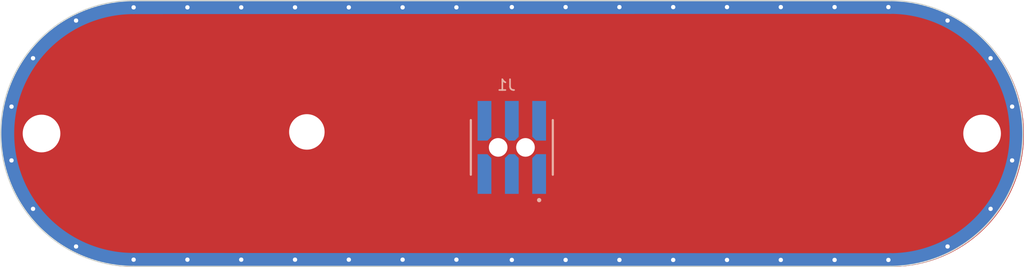
<source format=kicad_pcb>
(kicad_pcb (version 20211014) (generator pcbnew)
  (layers (0 "F.Cu" signal) (31 "B.Cu" signal) (34 "B.Paste" user) (35 "F.Paste" user) (36 "B.SilkS" user "B.Silkscreen") (37 "F.SilkS" user "F.Silkscreen") (38 "B.Mask" user) (39 "F.Mask" user) (44 "Edge.Cuts" user))
  (net 0 "")
  (footprint "Joulescope:JS220" (layer "F.Cu") (at 138.5 80)
    (fp_text reference "J1" (at -0.5 -4.5 unlocked) (layer "B.SilkS") (effects (justify mirror)))
    (fp_text value "JS220")
    (fp_poly (pts (arc (start 35.25 12.4) (mid 47.6 0.05) (end 35.25 -12.3)) (arc (start -35.05 -12.3) (mid -47.4 0.05) (end -35.05 12.4))) (layer "F.Cu") (width 0.01) (fill solid))
    (fp_line (start 35.15 11.75) (end -35.15 11.725) (layer "B.Cu") (width 1.25))
    (fp_line (start -35.15 -11.725) (end 35.15 -11.75) (layer "B.Cu") (width 1.25))
    (fp_arc (start 35.15 -11.75) (mid 46.9 0) (end 35.15 11.75) (layer "B.Cu") (width 1.25))
    (fp_arc (start -35.15 11.725) (mid -46.875 0) (end -35.15 -11.725) (layer "B.Cu") (width 1.25))
    (fp_line (start -3.81 -1.25) (end -3.81 3.83) (layer "B.SilkS") (width 0.2))
    (fp_line (start 3.81 3.83) (end 3.81 -1.25) (layer "B.SilkS") (width 0.2))
    (fp_circle (center 2.54 6.19) (end 2.64 6.19) (layer "B.SilkS") (width 0.2) (fill none))
    (fp_line (start -35.15 -12.35) (end 35.15 -12.35) (layer "Edge.Cuts") (width 0.12))
    (fp_line (start 35.15 12.35) (end -35.15 12.35) (layer "Edge.Cuts") (width 0.12))
    (fp_arc (start 35.15 -12.35) (mid 47.5 0) (end 35.15 12.35) (layer "Edge.Cuts") (width 0.12))
    (fp_arc (start -35.15 12.35) (mid -47.5 0) (end -35.15 -12.35) (layer "Edge.Cuts") (width 0.12))
    (pad "" thru_hole custom (at 10 -11.75) (size 0.8 0.8) (drill 0.4) (layers *.Cu "B.Mask") (options (clearance outline) (anchor circle)) (primitives))
    (pad "" thru_hole custom (at -15.15 11.725) (size 0.8 0.8) (drill 0.4) (layers *.Cu "B.Mask") (options (clearance outline) (anchor circle)) (primitives))
    (pad "" np_thru_hole circle (at -1.27 1.29 180) (size 1.73 1.73) (drill 1.73) (layers *.Cu *.Mask))
    (pad "" thru_hole custom (at -20.15 11.725) (size 0.8 0.8) (drill 0.4) (layers *.Cu "B.Mask") (options (clearance outline) (anchor circle)) (primitives))
    (pad "" thru_hole custom (at -10.15 -11.725) (size 0.8 0.8) (drill 0.4) (layers *.Cu "B.Mask") (options (clearance outline) (anchor circle)) (primitives))
    (pad "" thru_hole custom (at 0 -11.75) (size 0.8 0.8) (drill 0.4) (layers *.Cu "B.Mask") (options (clearance outline) (anchor circle)) (primitives))
    (pad "" thru_hole custom (at -35.15 -11.725) (size 0.8 0.8) (drill 0.4) (layers *.Cu "B.Mask") (options (clearance outline) (anchor circle)) (primitives))
    (pad "" thru_hole custom (at -46.5 -2.5) (size 0.8 0.8) (drill 0.4) (layers *.Cu "B.Mask") (options (clearance outline) (anchor circle)) (primitives))
    (pad "" thru_hole custom (at 46.5 -2.5 180) (size 0.8 0.8) (drill 0.4) (layers *.Cu "B.Mask") (options (clearance outline) (anchor circle)) (primitives))
    (pad "" thru_hole custom (at 5 11.75) (size 0.8 0.8) (drill 0.4) (layers *.Cu "B.Mask") (options (clearance outline) (anchor circle)) (primitives))
    (pad "" thru_hole custom (at 15 11.75) (size 0.8 0.8) (drill 0.4) (layers *.Cu "B.Mask") (options (clearance outline) (anchor circle)) (primitives))
    (pad "" thru_hole custom (at 44.5 7 180) (size 0.8 0.8) (drill 0.4) (layers *.Cu "B.Mask") (options (clearance outline) (anchor circle)) (primitives))
    (pad "" thru_hole custom (at -40.5 -10.5) (size 0.8 0.8) (drill 0.4) (layers *.Cu "B.Mask") (options (clearance outline) (anchor circle)) (primitives))
    (pad "" thru_hole custom (at 40.5 -10.5 180) (size 0.8 0.8) (drill 0.4) (layers *.Cu "B.Mask") (options (clearance outline) (anchor circle)) (primitives))
    (pad "" thru_hole custom (at -35.15 11.725) (size 0.8 0.8) (drill 0.4) (layers *.Cu "B.Mask") (options (clearance outline) (anchor circle)) (primitives))
    (pad "" thru_hole custom (at 20 -11.75) (size 0.8 0.8) (drill 0.4) (layers *.Cu "B.Mask") (options (clearance outline) (anchor circle)) (primitives))
    (pad "" thru_hole custom (at 30 11.75) (size 0.8 0.8) (drill 0.4) (layers *.Cu "B.Mask") (options (clearance outline) (anchor circle)) (primitives))
    (pad "" thru_hole custom (at 15 -11.75) (size 0.8 0.8) (drill 0.4) (layers *.Cu "B.Mask") (options (clearance outline) (anchor circle)) (primitives))
    (pad "" thru_hole custom (at -5.15 11.725) (size 0.8 0.8) (drill 0.4) (layers *.Cu "B.Mask") (options (clearance outline) (anchor circle)) (primitives))
    (pad "" np_thru_hole circle (at 1.27 1.29 180) (size 1.73 1.73) (drill 1.73) (layers *.Cu *.Mask))
    (pad "" thru_hole custom (at 44.5 -7 180) (size 0.8 0.8) (drill 0.4) (layers *.Cu "B.Mask") (options (clearance outline) (anchor circle)) (primitives))
    (pad "" thru_hole custom (at -15.15 -11.725) (size 0.8 0.8) (drill 0.4) (layers *.Cu "B.Mask") (options (clearance outline) (anchor circle)) (primitives))
    (pad "" thru_hole custom (at -30.15 -11.725) (size 0.8 0.8) (drill 0.4) (layers *.Cu "B.Mask") (options (clearance outline) (anchor circle)) (primitives))
    (pad "" thru_hole custom (at 10 11.75) (size 0.8 0.8) (drill 0.4) (layers *.Cu "B.Mask") (options (clearance outline) (anchor circle)) (primitives))
    (pad "" np_thru_hole circle (at -43.71 0) (size 3.5 3.5) (drill 3.5) (layers F&B.Cu *.Mask))
    (pad "" thru_hole custom (at -25.15 -11.725) (size 0.8 0.8) (drill 0.4) (layers *.Cu "B.Mask") (options (clearance outline) (anchor circle)) (primitives))
    (pad "" thru_hole custom (at -5.15 -11.725) (size 0.8 0.8) (drill 0.4) (layers *.Cu "B.Mask") (options (clearance outline) (anchor circle)) (primitives))
    (pad "" thru_hole custom (at 46.5 2.5 180) (size 0.8 0.8) (drill 0.4) (layers *.Cu "B.Mask") (options (clearance outline) (anchor circle)) (primitives))
    (pad "" thru_hole custom (at 35 -11.75) (size 0.8 0.8) (drill 0.4) (layers *.Cu "B.Mask") (options (clearance outline) (anchor circle)) (primitives))
    (pad "" thru_hole custom (at 30 -11.75) (size 0.8 0.8) (drill 0.4) (layers *.Cu "B.Mask") (options (clearance outline) (anchor circle)) (primitives))
    (pad "" np_thru_hole circle (at 43.71 0) (size 3.5 3.5) (drill 3.5) (layers F&B.Cu *.Mask))
    (pad "" thru_hole custom (at 20 11.75) (size 0.8 0.8) (drill 0.4) (layers *.Cu "B.Mask") (options (clearance outline) (anchor circle)) (primitives))
    (pad "" thru_hole custom (at -40.5 10.5) (size 0.8 0.8) (drill 0.4) (layers *.Cu "B.Mask") (options (clearance outline) (anchor circle)) (primitives))
    (pad "" thru_hole custom (at -44.5 -7) (size 0.8 0.8) (drill 0.4) (layers *.Cu "B.Mask") (options (clearance outline) (anchor circle)) (primitives))
    (pad "" thru_hole custom (at -30.15 11.725) (size 0.8 0.8) (drill 0.4) (layers *.Cu "B.Mask") (options (clearance outline) (anchor circle)) (primitives))
    (pad "" thru_hole custom (at 25 -11.75) (size 0.8 0.8) (drill 0.4) (layers *.Cu "B.Mask") (options (clearance outline) (anchor circle)) (primitives))
    (pad "" thru_hole custom (at -44.5 7) (size 0.8 0.8) (drill 0.4) (layers *.Cu "B.Mask") (options (clearance outline) (anchor circle)) (primitives))
    (pad "" thru_hole custom (at -10.15 11.725) (size 0.8 0.8) (drill 0.4) (layers *.Cu "B.Mask") (options (clearance outline) (anchor circle)) (primitives))
    (pad "" np_thru_hole circle (at -19.05 -0.15) (size 3.3 3.3) (drill 3.3) (layers F&B.Cu *.Mask))
    (pad "" thru_hole custom (at -20.15 -11.725) (size 0.8 0.8) (drill 0.4) (layers *.Cu "B.Mask") (options (clearance outline) (anchor circle)) (primitives))
    (pad "" thru_hole custom (at 40.5 10.5 180) (size 0.8 0.8) (drill 0.4) (layers *.Cu "B.Mask") (options (clearance outline) (anchor circle)) (primitives))
    (pad "" thru_hole custom (at 25 11.75) (size 0.8 0.8) (drill 0.4) (layers *.Cu "B.Mask") (options (clearance outline) (anchor circle)) (primitives))
    (pad "" thru_hole custom (at 5 -11.75) (size 0.8 0.8) (drill 0.4) (layers *.Cu "B.Mask") (options (clearance outline) (anchor circle)) (primitives))
    (pad "" thru_hole custom (at -25.15 11.725) (size 0.8 0.8) (drill 0.4) (layers *.Cu "B.Mask") (options (clearance outline) (anchor circle)) (primitives))
    (pad "" thru_hole custom (at 0 11.75) (size 0.8 0.8) (drill 0.4) (layers *.Cu "B.Mask") (options (clearance outline) (anchor circle)) (primitives))
    (pad "" thru_hole custom (at -46.5 2.5) (size 0.8 0.8) (drill 0.4) (layers *.Cu "B.Mask") (options (clearance outline) (anchor circle)) (primitives))
    (pad "" thru_hole custom (at 35 11.75) (size 0.8 0.8) (drill 0.4) (layers *.Cu "B.Mask") (options (clearance outline) (anchor circle)) (primitives))
    (pad "1" smd custom (at 2.54 3.765 180) (size 0.8 2.5) (layers "B.Cu") (options (clearance outline) (anchor rect)) (primitives (gr_poly (pts (xy -0.635 1.84) (xy -0.635 -1.84) (xy 0.635 -1.84) (xy 0.635 1.48) (xy 0.275 1.84)) (width 0.01) (fill yes))))
    (pad "2" smd custom (at 2.54 -1.185 180) (size 0.8 2.5) (layers "B.Cu") (options (clearance outline) (anchor rect)) (primitives (gr_poly (pts (xy -0.635 -1.84) (xy -0.635 1.84) (xy 0.635 1.84) (xy 0.635 -1.48) (xy 0.275 -1.84)) (width 0.01) (fill yes))))
    (pad "3" smd custom (at 0 3.765 180) (size 0.8 2.5) (layers "B.Cu") (options (clearance outline) (anchor rect)) (primitives (gr_poly (pts (xy 0.275 1.84) (xy -0.275 1.84) (xy -0.635 1.48) (xy -0.635 -1.84) (xy 0.635 -1.84) (xy 0.635 1.48)) (width 0.01) (fill yes))))
    (pad "4" smd custom (at 0 -1.185 180) (size 0.8 2.5) (layers "B.Cu") (options (clearance outline) (anchor rect)) (primitives (gr_poly (pts (xy -0.275 -1.84) (xy 0.275 -1.84) (xy 0.635 -1.48) (xy 0.635 1.84) (xy -0.635 1.84) (xy -0.635 -1.48)) (width 0.01) (fill yes))))
    (pad "5" smd custom (at -2.54 3.765 180) (size 0.8 2.5) (layers "B.Cu") (options (clearance outline) (anchor rect)) (primitives (gr_poly (pts (xy 0.635 1.84) (xy 0.635 -1.84) (xy -0.635 -1.84) (xy -0.635 1.48) (xy -0.275 1.84)) (width 0.01) (fill yes))))
    (pad "6" smd custom (at -2.54 -1.185 180) (size 0.8 2.5) (layers "B.Cu") (options (clearance outline) (anchor rect)) (primitives (gr_poly (pts (xy 0.635 -1.84) (xy 0.635 1.84) (xy -0.635 1.84) (xy -0.635 -1.48) (xy -0.275 -1.84)) (width 0.01) (fill yes))))
  )
)
</source>
